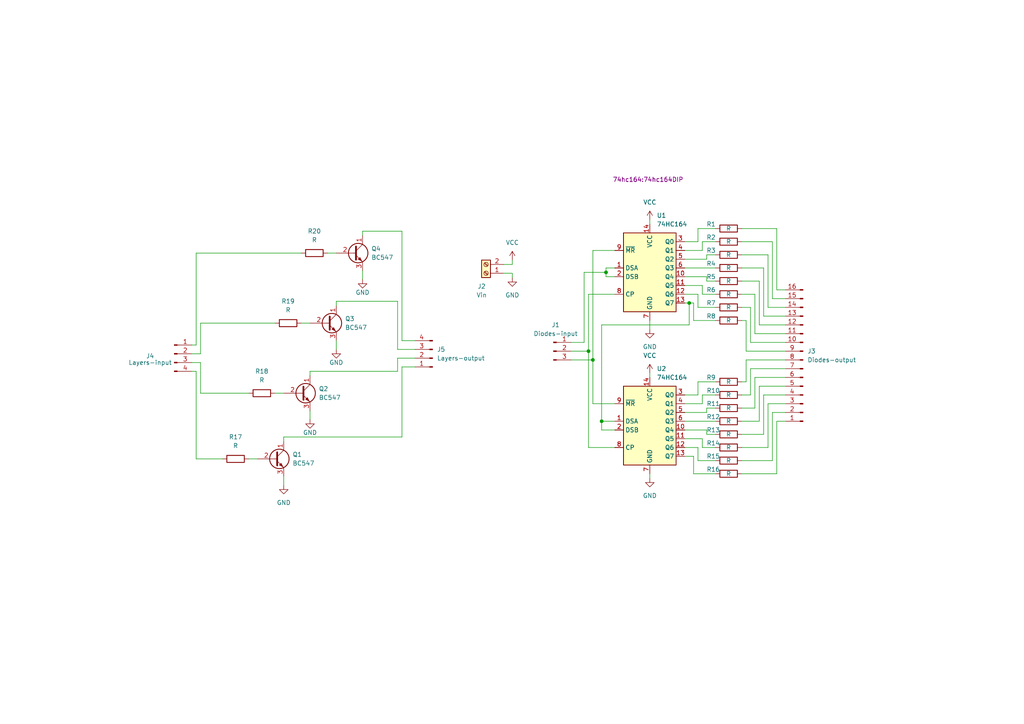
<source format=kicad_sch>
(kicad_sch (version 20211123) (generator eeschema)
  (paper "A4")
  (lib_symbols
    (symbol "74xx:74HC164"
      (property "Reference" "U" (at 1.905 -13.97 0))
      (property "Value" "74HC164" (at 1.905 -16.51 0))
      (symbol "74HC164_0_1"
        (rectangle (start 7.62 10.16) (end -7.62 -12.7) (stroke (width 0.254)) (fill (type background)))
      )
      (symbol "74HC164_1_1"
        (pin input line (at -10.16 0 0) (length 2.54) (name "DSA") (number "1"))
        (pin output line (at 10.16 -2.54 180) (length 2.54) (name "Q4") (number "10"))
        (pin output line (at 10.16 -5.08 180) (length 2.54) (name "Q5") (number "11"))
        (pin output line (at 10.16 -7.62 180) (length 2.54) (name "Q6") (number "12"))
        (pin output line (at 10.16 -10.16 180) (length 2.54) (name "Q7") (number "13"))
        (pin power_in line (at 0 12.7 270) (length 2.54) (name "VCC") (number "14"))
        (pin input line (at -10.16 -2.54 0) (length 2.54) (name "DSB") (number "2"))
        (pin output line (at 10.16 7.62 180) (length 2.54) (name "Q0") (number "3"))
        (pin output line (at 10.16 5.08 180) (length 2.54) (name "Q1") (number "4"))
        (pin output line (at 10.16 2.54 180) (length 2.54) (name "Q2") (number "5"))
        (pin output line (at 10.16 0 180) (length 2.54) (name "Q3") (number "6"))
        (pin power_in line (at 0 -15.24 90) (length 2.54) (name "GND") (number "7"))
        (pin input line (at -10.16 -7.62 0) (length 2.54) (name "CP") (number "8"))
        (pin input line (at -10.16 5.08 0) (length 2.54) (name "~{MR}") (number "9"))
      )
    )
    (symbol "Connector:Conn_01x03_Male" (pin_names (offset 1.016) hide)
      (property "Reference" "J" (at 0 5.08 0))
      (property "Value" "Conn_01x03_Male" (at 0 -5.08 0))
      (symbol "Conn_01x03_Male_1_1"
        (polyline (pts (xy 1.27 -2.54) (xy 0.8636 -2.54)) (stroke (width 0.1524)))
        (polyline (pts (xy 1.27 0) (xy 0.8636 0)) (stroke (width 0.1524)))
        (polyline (pts (xy 1.27 2.54) (xy 0.8636 2.54)) (stroke (width 0.1524)))
        (rectangle (start 0.8636 -2.413) (end 0 -2.667) (stroke (width 0.1524)) (fill (type outline)))
        (rectangle (start 0.8636 0.127) (end 0 -0.127) (stroke (width 0.1524)) (fill (type outline)))
        (rectangle (start 0.8636 2.667) (end 0 2.413) (stroke (width 0.1524)) (fill (type outline)))
        (pin passive line (at 5.08 2.54 180) (length 3.81) (name "Pin_1") (number "1"))
        (pin passive line (at 5.08 0 180) (length 3.81) (name "Pin_2") (number "2"))
        (pin passive line (at 5.08 -2.54 180) (length 3.81) (name "Pin_3") (number "3"))
      )
    )
    (symbol "Connector:Conn_01x04_Male" (pin_names (offset 1.016) hide)
      (property "Reference" "J" (at 0 5.08 0))
      (property "Value" "Conn_01x04_Male" (at 0 -7.62 0))
      (symbol "Conn_01x04_Male_1_1"
        (polyline (pts (xy 1.27 -5.08) (xy 0.8636 -5.08)) (stroke (width 0.1524)))
        (polyline (pts (xy 1.27 -2.54) (xy 0.8636 -2.54)) (stroke (width 0.1524)))
        (polyline (pts (xy 1.27 0) (xy 0.8636 0)) (stroke (width 0.1524)))
        (polyline (pts (xy 1.27 2.54) (xy 0.8636 2.54)) (stroke (width 0.1524)))
        (rectangle (start 0.8636 -4.953) (end 0 -5.207) (stroke (width 0.1524)) (fill (type outline)))
        (rectangle (start 0.8636 -2.413) (end 0 -2.667) (stroke (width 0.1524)) (fill (type outline)))
        (rectangle (start 0.8636 0.127) (end 0 -0.127) (stroke (width 0.1524)) (fill (type outline)))
        (rectangle (start 0.8636 2.667) (end 0 2.413) (stroke (width 0.1524)) (fill (type outline)))
        (pin passive line (at 5.08 2.54 180) (length 3.81) (name "Pin_1") (number "1"))
        (pin passive line (at 5.08 0 180) (length 3.81) (name "Pin_2") (number "2"))
        (pin passive line (at 5.08 -2.54 180) (length 3.81) (name "Pin_3") (number "3"))
        (pin passive line (at 5.08 -5.08 180) (length 3.81) (name "Pin_4") (number "4"))
      )
    )
    (symbol "Connector:Conn_01x16_Male" (pin_names (offset 1.016) hide)
      (property "Reference" "J" (at 0 20.32 0))
      (property "Value" "Conn_01x16_Male" (at 0 -22.86 0))
      (symbol "Conn_01x16_Male_1_1"
        (polyline (pts (xy 1.27 -20.32) (xy 0.8636 -20.32)) (stroke (width 0.1524)))
        (polyline (pts (xy 1.27 -17.78) (xy 0.8636 -17.78)) (stroke (width 0.1524)))
        (polyline (pts (xy 1.27 -15.24) (xy 0.8636 -15.24)) (stroke (width 0.1524)))
        (polyline (pts (xy 1.27 -12.7) (xy 0.8636 -12.7)) (stroke (width 0.1524)))
        (polyline (pts (xy 1.27 -10.16) (xy 0.8636 -10.16)) (stroke (width 0.1524)))
        (polyline (pts (xy 1.27 -7.62) (xy 0.8636 -7.62)) (stroke (width 0.1524)))
        (polyline (pts (xy 1.27 -5.08) (xy 0.8636 -5.08)) (stroke (width 0.1524)))
        (polyline (pts (xy 1.27 -2.54) (xy 0.8636 -2.54)) (stroke (width 0.1524)))
        (polyline (pts (xy 1.27 0) (xy 0.8636 0)) (stroke (width 0.1524)))
        (polyline (pts (xy 1.27 2.54) (xy 0.8636 2.54)) (stroke (width 0.1524)))
        (polyline (pts (xy 1.27 5.08) (xy 0.8636 5.08)) (stroke (width 0.1524)))
        (polyline (pts (xy 1.27 7.62) (xy 0.8636 7.62)) (stroke (width 0.1524)))
        (polyline (pts (xy 1.27 10.16) (xy 0.8636 10.16)) (stroke (width 0.1524)))
        (polyline (pts (xy 1.27 12.7) (xy 0.8636 12.7)) (stroke (width 0.1524)))
        (polyline (pts (xy 1.27 15.24) (xy 0.8636 15.24)) (stroke (width 0.1524)))
        (polyline (pts (xy 1.27 17.78) (xy 0.8636 17.78)) (stroke (width 0.1524)))
        (rectangle (start 0.8636 -20.193) (end 0 -20.447) (stroke (width 0.1524)) (fill (type outline)))
        (rectangle (start 0.8636 -17.653) (end 0 -17.907) (stroke (width 0.1524)) (fill (type outline)))
        (rectangle (start 0.8636 -15.113) (end 0 -15.367) (stroke (width 0.1524)) (fill (type outline)))
        (rectangle (start 0.8636 -12.573) (end 0 -12.827) (stroke (width 0.1524)) (fill (type outline)))
        (rectangle (start 0.8636 -10.033) (end 0 -10.287) (stroke (width 0.1524)) (fill (type outline)))
        (rectangle (start 0.8636 -7.493) (end 0 -7.747) (stroke (width 0.1524)) (fill (type outline)))
        (rectangle (start 0.8636 -4.953) (end 0 -5.207) (stroke (width 0.1524)) (fill (type outline)))
        (rectangle (start 0.8636 -2.413) (end 0 -2.667) (stroke (width 0.1524)) (fill (type outline)))
        (rectangle (start 0.8636 0.127) (end 0 -0.127) (stroke (width 0.1524)) (fill (type outline)))
        (rectangle (start 0.8636 2.667) (end 0 2.413) (stroke (width 0.1524)) (fill (type outline)))
        (rectangle (start 0.8636 5.207) (end 0 4.953) (stroke (width 0.1524)) (fill (type outline)))
        (rectangle (start 0.8636 7.747) (end 0 7.493) (stroke (width 0.1524)) (fill (type outline)))
        (rectangle (start 0.8636 10.287) (end 0 10.033) (stroke (width 0.1524)) (fill (type outline)))
        (rectangle (start 0.8636 12.827) (end 0 12.573) (stroke (width 0.1524)) (fill (type outline)))
        (rectangle (start 0.8636 15.367) (end 0 15.113) (stroke (width 0.1524)) (fill (type outline)))
        (rectangle (start 0.8636 17.907) (end 0 17.653) (stroke (width 0.1524)) (fill (type outline)))
        (pin passive line (at 5.08 17.78 180) (length 3.81) (name "Pin_1") (number "1"))
        (pin passive line (at 5.08 -5.08 180) (length 3.81) (name "Pin_10") (number "10"))
        (pin passive line (at 5.08 -7.62 180) (length 3.81) (name "Pin_11") (number "11"))
        (pin passive line (at 5.08 -10.16 180) (length 3.81) (name "Pin_12") (number "12"))
        (pin passive line (at 5.08 -12.7 180) (length 3.81) (name "Pin_13") (number "13"))
        (pin passive line (at 5.08 -15.24 180) (length 3.81) (name "Pin_14") (number "14"))
        (pin passive line (at 5.08 -17.78 180) (length 3.81) (name "Pin_15") (number "15"))
        (pin passive line (at 5.08 -20.32 180) (length 3.81) (name "Pin_16") (number "16"))
        (pin passive line (at 5.08 15.24 180) (length 3.81) (name "Pin_2") (number "2"))
        (pin passive line (at 5.08 12.7 180) (length 3.81) (name "Pin_3") (number "3"))
        (pin passive line (at 5.08 10.16 180) (length 3.81) (name "Pin_4") (number "4"))
        (pin passive line (at 5.08 7.62 180) (length 3.81) (name "Pin_5") (number "5"))
        (pin passive line (at 5.08 5.08 180) (length 3.81) (name "Pin_6") (number "6"))
        (pin passive line (at 5.08 2.54 180) (length 3.81) (name "Pin_7") (number "7"))
        (pin passive line (at 5.08 0 180) (length 3.81) (name "Pin_8") (number "8"))
        (pin passive line (at 5.08 -2.54 180) (length 3.81) (name "Pin_9") (number "9"))
      )
    )
    (symbol "Connector:Screw_Terminal_01x02" (pin_names (offset 1.016) hide)
      (property "Reference" "J" (at 0 2.54 0))
      (property "Value" "Screw_Terminal_01x02" (at 0 -5.08 0))
      (symbol "Screw_Terminal_01x02_1_1"
        (rectangle (start -1.27 1.27) (end 1.27 -3.81) (stroke (width 0.254)) (fill (type background)))
        (circle (center 0 -2.54) (radius 0.635) (stroke (width 0.1524)))
        (polyline (pts (xy -0.5334 -2.2098) (xy 0.3302 -3.048)) (stroke (width 0.1524)))
        (polyline (pts (xy -0.5334 0.3302) (xy 0.3302 -0.508)) (stroke (width 0.1524)))
        (polyline (pts (xy -0.3556 -2.032) (xy 0.508 -2.8702)) (stroke (width 0.1524)))
        (polyline (pts (xy -0.3556 0.508) (xy 0.508 -0.3302)) (stroke (width 0.1524)))
        (circle (center 0 0) (radius 0.635) (stroke (width 0.1524)))
        (pin passive line (at -5.08 0 0) (length 3.81) (name "Pin_1") (number "1"))
        (pin passive line (at -5.08 -2.54 0) (length 3.81) (name "Pin_2") (number "2"))
      )
    )
    (symbol "Device:R" (pin_numbers hide) (pin_names (offset 0))
      (property "Reference" "R" (at 2.032 0 90))
      (property "Value" "R" (at 0 0 90))
      (symbol "R_0_1"
        (rectangle (start -1.016 -2.54) (end 1.016 2.54) (stroke (width 0.254)))
      )
      (symbol "R_1_1"
        (pin passive line (at 0 3.81 270) (length 1.27) (name "~") (number "1"))
        (pin passive line (at 0 -3.81 90) (length 1.27) (name "~") (number "2"))
      )
    )
    (symbol "Transistor_BJT:BC547" (pin_names (offset 0) hide)
      (property "Reference" "Q" (at 5.08 1.905 0))
      (property "Value" "BC547" (at 5.08 0 0))
      (symbol "BC547_0_1"
        (polyline (pts (xy 0 0) (xy 0.635 0)))
        (polyline (pts (xy 0.635 0.635) (xy 2.54 2.54)))
        (polyline (pts (xy 0.635 -0.635) (xy 2.54 -2.54) (xy 2.54 -2.54)))
        (polyline (pts (xy 0.635 1.905) (xy 0.635 -1.905) (xy 0.635 -1.905)) (stroke (width 0.508)))
        (polyline (pts (xy 1.27 -1.778) (xy 1.778 -1.27) (xy 2.286 -2.286) (xy 1.27 -1.778) (xy 1.27 -1.778)) (fill (type outline)))
        (circle (center 1.27 0) (radius 2.8194) (stroke (width 0.254)))
      )
      (symbol "BC547_1_1"
        (pin passive line (at 2.54 5.08 270) (length 2.54) (name "C") (number "1"))
        (pin input line (at -5.08 0 0) (length 5.08) (name "B") (number "2"))
        (pin passive line (at 2.54 -5.08 90) (length 2.54) (name "E") (number "3"))
      )
    )
    (symbol "power:GND" (power) (pin_names (offset 0))
      (property "Value" "GND" (at 0 -3.81 0))
      (symbol "GND_0_1"
        (polyline (pts (xy 0 0) (xy 0 -1.27) (xy 1.27 -1.27) (xy 0 -2.54) (xy -1.27 -1.27) (xy 0 -1.27)))
      )
      (symbol "GND_1_1"
        (pin power_in line (at 0 0 270) (length 0) hide (name "GND") (number "1"))
      )
    )
    (symbol "power:VCC" (power) (pin_names (offset 0))
      (property "Value" "VCC" (at 0 3.81 0))
      (symbol "VCC_0_1"
        (polyline (pts (xy -0.762 1.27) (xy 0 2.54)))
        (polyline (pts (xy 0 0) (xy 0 2.54)))
        (polyline (pts (xy 0 2.54) (xy 0.762 1.27)))
      )
      (symbol "VCC_1_1"
        (pin power_in line (at 0 0 90) (length 0) hide (name "VCC") (number "1"))
      )
    )
  )
  (junction (at 175.768 78.994))
  (junction (at 174.498 122.174))
  (junction (at 199.898 87.884))
  (junction (at 171.958 104.394))
  (junction (at 170.688 101.854))
  (wire (pts (xy 203.708 72.644) (xy 203.708 70.104)))
  (wire (pts (xy 204.978 124.714) (xy 204.978 125.984)))
  (wire (pts (xy 202.438 85.344) (xy 202.438 89.154)))
  (wire (pts (xy 201.168 87.884) (xy 201.168 92.964)))
  (wire (pts (xy 220.218 112.014) (xy 227.838 112.014)))
  (wire (pts (xy 217.678 99.314) (xy 227.838 99.314)))
  (wire (pts (xy 218.948 96.774) (xy 227.838 96.774)))
  (wire (pts (xy 174.498 122.174) (xy 174.498 124.714)))
  (wire (pts (xy 56.896 73.406) (xy 56.896 100.076)))
  (wire (pts (xy 171.958 104.394) (xy 165.608 104.394)))
  (wire (pts (xy 170.688 85.344) (xy 170.688 101.854)))
  (wire (pts (xy 203.708 85.344) (xy 207.518 85.344)))
  (wire (pts (xy 165.608 99.314) (xy 169.418 99.314)))
  (wire (pts (xy 94.996 73.406) (xy 97.536 73.406)))
  (wire (pts (xy 198.628 75.184) (xy 204.978 75.184)))
  (wire (pts (xy 178.308 117.094) (xy 171.958 117.094)))
  (wire (pts (xy 204.978 118.364) (xy 207.518 118.364)))
  (wire (pts (xy 89.916 108.966) (xy 89.916 107.696)))
  (wire (pts (xy 215.138 125.984) (xy 221.488 125.984)))
  (wire (pts (xy 221.488 114.554) (xy 227.838 114.554)))
  (wire (pts (xy 215.138 81.534) (xy 220.218 81.534)))
  (wire (pts (xy 116.586 106.426) (xy 120.396 106.426)))
  (wire (pts (xy 204.978 125.984) (xy 207.518 125.984)))
  (wire (pts (xy 64.516 133.096) (xy 56.896 133.096)))
  (wire (pts (xy 204.978 81.534) (xy 207.518 81.534)))
  (wire (pts (xy 72.136 114.046) (xy 58.166 114.046)))
  (wire (pts (xy 224.028 119.634) (xy 227.838 119.634)))
  (wire (pts (xy 215.138 129.794) (xy 222.758 129.794)))
  (wire (pts (xy 198.628 117.094) (xy 203.708 117.094)))
  (wire (pts (xy 178.308 122.174) (xy 174.498 122.174)))
  (wire (pts (xy 175.768 80.264) (xy 178.308 80.264)))
  (wire (pts (xy 215.138 114.554) (xy 217.678 114.554)))
  (wire (pts (xy 87.376 73.406) (xy 56.896 73.406)))
  (wire (pts (xy 221.488 91.694) (xy 227.838 91.694)))
  (wire (pts (xy 198.628 129.794) (xy 202.438 129.794)))
  (wire (pts (xy 148.59 76.708) (xy 148.59 75.438)))
  (wire (pts (xy 202.438 89.154) (xy 207.518 89.154)))
  (wire (pts (xy 216.408 110.744) (xy 216.408 104.394)))
  (wire (pts (xy 215.138 133.604) (xy 224.028 133.604)))
  (wire (pts (xy 216.408 101.854) (xy 227.838 101.854)))
  (wire (pts (xy 202.438 66.294) (xy 207.518 66.294)))
  (wire (pts (xy 82.296 126.746) (xy 116.586 126.746)))
  (wire (pts (xy 178.308 129.794) (xy 170.688 129.794)))
  (wire (pts (xy 178.308 72.644) (xy 171.958 72.644)))
  (wire (pts (xy 201.168 137.414) (xy 207.518 137.414)))
  (wire (pts (xy 170.688 101.854) (xy 165.608 101.854)))
  (wire (pts (xy 215.138 73.914) (xy 222.758 73.914)))
  (wire (pts (xy 222.758 129.794) (xy 222.758 117.094)))
  (wire (pts (xy 198.628 70.104) (xy 202.438 70.104)))
  (wire (pts (xy 203.708 70.104) (xy 207.518 70.104)))
  (wire (pts (xy 215.138 70.104) (xy 224.028 70.104)))
  (wire (pts (xy 220.218 122.174) (xy 220.218 112.014)))
  (wire (pts (xy 79.756 93.726) (xy 58.166 93.726)))
  (wire (pts (xy 203.708 82.804) (xy 203.708 85.344)))
  (wire (pts (xy 105.156 68.326) (xy 105.156 67.056)))
  (wire (pts (xy 218.948 85.344) (xy 218.948 96.774)))
  (wire (pts (xy 174.498 124.714) (xy 178.308 124.714)))
  (wire (pts (xy 146.05 79.248) (xy 148.59 79.248)))
  (wire (pts (xy 115.316 103.886) (xy 120.396 103.886)))
  (wire (pts (xy 204.978 119.634) (xy 204.978 118.364)))
  (wire (pts (xy 115.316 107.696) (xy 115.316 103.886)))
  (wire (pts (xy 56.896 100.076) (xy 55.626 100.076)))
  (wire (pts (xy 199.898 94.234) (xy 174.498 94.234)))
  (wire (pts (xy 201.168 92.964) (xy 207.518 92.964)))
  (wire (pts (xy 202.438 110.744) (xy 207.518 110.744)))
  (wire (pts (xy 175.768 77.724) (xy 175.768 78.994)))
  (wire (pts (xy 56.896 133.096) (xy 56.896 107.696)))
  (wire (pts (xy 215.138 92.964) (xy 216.408 92.964)))
  (wire (pts (xy 198.628 114.554) (xy 202.438 114.554)))
  (wire (pts (xy 56.896 107.696) (xy 55.626 107.696)))
  (wire (pts (xy 215.138 77.724) (xy 221.488 77.724)))
  (wire (pts (xy 198.628 85.344) (xy 202.438 85.344)))
  (wire (pts (xy 218.948 118.364) (xy 218.948 109.474)))
  (wire (pts (xy 199.898 87.884) (xy 201.168 87.884)))
  (wire (pts (xy 116.586 98.806) (xy 120.396 98.806)))
  (wire (pts (xy 82.296 138.176) (xy 82.296 140.716)))
  (wire (pts (xy 215.138 66.294) (xy 225.298 66.294)))
  (wire (pts (xy 225.298 137.414) (xy 225.298 122.174)))
  (wire (pts (xy 188.468 63.754) (xy 188.468 65.024)))
  (wire (pts (xy 204.978 73.914) (xy 207.518 73.914)))
  (wire (pts (xy 215.138 85.344) (xy 218.948 85.344)))
  (wire (pts (xy 105.156 67.056) (xy 116.586 67.056)))
  (wire (pts (xy 216.408 92.964) (xy 216.408 101.854)))
  (wire (pts (xy 97.536 87.376) (xy 97.536 88.646)))
  (wire (pts (xy 198.628 127.254) (xy 203.708 127.254)))
  (wire (pts (xy 202.438 133.604) (xy 207.518 133.604)))
  (wire (pts (xy 218.948 109.474) (xy 227.838 109.474)))
  (wire (pts (xy 215.138 137.414) (xy 225.298 137.414)))
  (wire (pts (xy 58.166 102.616) (xy 55.626 102.616)))
  (wire (pts (xy 217.678 89.154) (xy 217.678 99.314)))
  (wire (pts (xy 116.586 126.746) (xy 116.586 106.426)))
  (wire (pts (xy 89.916 119.126) (xy 89.916 121.666)))
  (wire (pts (xy 72.136 133.096) (xy 74.676 133.096)))
  (wire (pts (xy 188.468 92.964) (xy 188.468 95.504)))
  (wire (pts (xy 222.758 117.094) (xy 227.838 117.094)))
  (wire (pts (xy 148.59 79.248) (xy 148.59 80.518)))
  (wire (pts (xy 198.628 77.724) (xy 207.518 77.724)))
  (wire (pts (xy 87.376 93.726) (xy 89.916 93.726)))
  (wire (pts (xy 225.298 84.074) (xy 227.838 84.074)))
  (wire (pts (xy 188.468 108.204) (xy 188.468 109.474)))
  (wire (pts (xy 220.218 94.234) (xy 227.838 94.234)))
  (wire (pts (xy 120.396 101.346) (xy 115.316 101.346)))
  (wire (pts (xy 215.138 110.744) (xy 216.408 110.744)))
  (wire (pts (xy 115.316 87.376) (xy 97.536 87.376)))
  (wire (pts (xy 224.028 133.604) (xy 224.028 119.634)))
  (wire (pts (xy 198.628 87.884) (xy 199.898 87.884)))
  (wire (pts (xy 215.138 118.364) (xy 218.948 118.364)))
  (wire (pts (xy 198.628 119.634) (xy 204.978 119.634)))
  (wire (pts (xy 174.498 94.234) (xy 174.498 122.174)))
  (wire (pts (xy 203.708 127.254) (xy 203.708 129.794)))
  (wire (pts (xy 169.418 78.994) (xy 175.768 78.994)))
  (wire (pts (xy 216.408 104.394) (xy 227.838 104.394)))
  (wire (pts (xy 178.308 85.344) (xy 170.688 85.344)))
  (wire (pts (xy 198.628 82.804) (xy 203.708 82.804)))
  (wire (pts (xy 202.438 129.794) (xy 202.438 133.604)))
  (wire (pts (xy 201.168 132.334) (xy 201.168 137.414)))
  (wire (pts (xy 203.708 114.554) (xy 207.518 114.554)))
  (wire (pts (xy 97.536 98.806) (xy 97.536 101.346)))
  (wire (pts (xy 222.758 89.154) (xy 227.838 89.154)))
  (wire (pts (xy 188.468 137.414) (xy 188.468 138.684)))
  (wire (pts (xy 217.678 114.554) (xy 217.678 106.934)))
  (wire (pts (xy 204.978 75.184) (xy 204.978 73.914)))
  (wire (pts (xy 198.628 72.644) (xy 203.708 72.644)))
  (wire (pts (xy 198.628 122.174) (xy 207.518 122.174)))
  (wire (pts (xy 175.768 78.994) (xy 175.768 80.264)))
  (wire (pts (xy 221.488 77.724) (xy 221.488 91.694)))
  (wire (pts (xy 58.166 114.046) (xy 58.166 105.156)))
  (wire (pts (xy 217.678 106.934) (xy 227.838 106.934)))
  (wire (pts (xy 221.488 125.984) (xy 221.488 114.554)))
  (wire (pts (xy 204.978 80.264) (xy 204.978 81.534)))
  (wire (pts (xy 79.756 114.046) (xy 82.296 114.046)))
  (wire (pts (xy 215.138 122.174) (xy 220.218 122.174)))
  (wire (pts (xy 220.218 81.534) (xy 220.218 94.234)))
  (wire (pts (xy 171.958 72.644) (xy 171.958 104.394)))
  (wire (pts (xy 116.586 67.056) (xy 116.586 98.806)))
  (wire (pts (xy 171.958 117.094) (xy 171.958 104.394)))
  (wire (pts (xy 178.308 77.724) (xy 175.768 77.724)))
  (wire (pts (xy 89.916 107.696) (xy 115.316 107.696)))
  (wire (pts (xy 225.298 122.174) (xy 227.838 122.174)))
  (wire (pts (xy 198.628 124.714) (xy 204.978 124.714)))
  (wire (pts (xy 224.028 86.614) (xy 227.838 86.614)))
  (wire (pts (xy 203.708 129.794) (xy 207.518 129.794)))
  (wire (pts (xy 82.296 128.016) (xy 82.296 126.746)))
  (wire (pts (xy 225.298 66.294) (xy 225.298 84.074)))
  (wire (pts (xy 202.438 114.554) (xy 202.438 110.744)))
  (wire (pts (xy 115.316 101.346) (xy 115.316 87.376)))
  (wire (pts (xy 58.166 93.726) (xy 58.166 102.616)))
  (wire (pts (xy 198.628 80.264) (xy 204.978 80.264)))
  (wire (pts (xy 203.708 117.094) (xy 203.708 114.554)))
  (wire (pts (xy 215.138 89.154) (xy 217.678 89.154)))
  (wire (pts (xy 198.628 132.334) (xy 201.168 132.334)))
  (wire (pts (xy 224.028 70.104) (xy 224.028 86.614)))
  (wire (pts (xy 222.758 73.914) (xy 222.758 89.154)))
  (wire (pts (xy 170.688 129.794) (xy 170.688 101.854)))
  (wire (pts (xy 146.05 76.708) (xy 148.59 76.708)))
  (wire (pts (xy 202.438 70.104) (xy 202.438 66.294)))
  (wire (pts (xy 169.418 99.314) (xy 169.418 78.994)))
  (wire (pts (xy 58.166 105.156) (xy 55.626 105.156)))
  (wire (pts (xy 105.156 78.486) (xy 105.156 81.026)))
  (wire (pts (xy 199.898 87.884) (xy 199.898 94.234)))
  (symbol (lib_id "Device:R") (at 211.328 81.534 90) (unit 1)
    (property "Reference" "R5" (at 206.248 80.264 90))
    (property "Value" "R" (at 211.328 81.534 90))
    (property "Footprint" "Resistor_THT:R_Axial_DIN0207_L6.3mm_D2.5mm_P10.16mm_Horizontal" (effects hide))
  )
  (symbol (lib_id "Transistor_BJT:BC547") (at 87.376 114.046 0) (unit 1)
    (property "Reference" "Q2" (at 92.456 112.7759 0) (effects (justify left)))
    (property "Value" "BC547" (at 92.456 115.3159 0) (effects (justify left)))
    (property "Footprint" "Package_TO_SOT_THT:TO-92_Inline" (effects hide))
    (property "Datasheet" "https://www.onsemi.com/pub/Collateral/BC550-D.pdf" (effects hide))
  )
  (symbol (lib_id "power:GND") (at 89.916 121.666 0) (unit 1)
    (property "Reference" "#PWR08" (effects hide))
    (property "Value" "GND" (at 89.916 125.476 0))
  )
  (symbol (lib_id "Device:R") (at 211.328 89.154 90) (unit 1)
    (property "Reference" "R7" (at 206.248 87.884 90))
    (property "Value" "R" (at 211.328 89.154 90))
    (property "Footprint" "Resistor_THT:R_Axial_DIN0207_L6.3mm_D2.5mm_P10.16mm_Horizontal" (effects hide))
  )
  (symbol (lib_id "power:GND") (at 148.59 80.518 0) (unit 1)
    (property "Reference" "#PWR02" (effects hide))
    (property "Value" "GND" (at 148.59 85.598 0))
  )
  (symbol (lib_id "Device:R") (at 211.328 110.744 90) (unit 1)
    (property "Reference" "R9" (at 206.248 109.474 90))
    (property "Value" "R" (at 211.328 110.744 90))
    (property "Footprint" "Resistor_THT:R_Axial_DIN0207_L6.3mm_D2.5mm_P10.16mm_Horizontal" (effects hide))
  )
  (symbol (lib_id "Device:R") (at 211.328 77.724 90) (unit 1)
    (property "Reference" "R4" (at 206.248 76.454 90))
    (property "Value" "R" (at 211.328 77.724 90))
    (property "Footprint" "Resistor_THT:R_Axial_DIN0207_L6.3mm_D2.5mm_P10.16mm_Horizontal" (effects hide))
  )
  (symbol (lib_id "Device:R") (at 211.328 114.554 90) (unit 1)
    (property "Reference" "R10" (at 206.883 113.284 90))
    (property "Value" "R" (at 211.328 114.554 90))
    (property "Footprint" "Resistor_THT:R_Axial_DIN0207_L6.3mm_D2.5mm_P10.16mm_Horizontal" (effects hide))
  )
  (symbol (lib_id "Connector:Conn_01x04_Male") (at 50.546 102.616 0) (unit 1)
    (property "Reference" "J4" (at 43.561 103.251 0))
    (property "Value" "Layers-input" (at 43.561 105.156 0))
    (property "Footprint" "Connector_Wire:SolderWire-0.25sqmm_1x04_P4.2mm_D0.65mm_OD1.7mm" (effects hide))
  )
  (symbol (lib_id "Device:R") (at 211.328 66.294 90) (unit 1)
    (property "Reference" "R1" (at 206.248 65.024 90))
    (property "Value" "R" (at 211.328 66.294 90))
    (property "Footprint" "Resistor_THT:R_Axial_DIN0207_L6.3mm_D2.5mm_P10.16mm_Horizontal" (effects hide))
  )
  (symbol (lib_id "power:GND") (at 188.468 95.504 0) (unit 1)
    (property "Reference" "#PWR04" (effects hide))
    (property "Value" "GND" (at 188.468 100.584 0))
  )
  (symbol (lib_id "Device:R") (at 211.328 70.104 90) (unit 1)
    (property "Reference" "R2" (at 206.248 68.834 90))
    (property "Value" "R" (at 211.328 70.104 90))
    (property "Footprint" "Resistor_THT:R_Axial_DIN0207_L6.3mm_D2.5mm_P10.16mm_Horizontal" (effects hide))
  )
  (symbol (lib_id "Device:R") (at 211.328 85.344 90) (unit 1)
    (property "Reference" "R6" (at 206.248 84.074 90))
    (property "Value" "R" (at 211.328 85.344 90))
    (property "Footprint" "Resistor_THT:R_Axial_DIN0207_L6.3mm_D2.5mm_P10.16mm_Horizontal" (effects hide))
  )
  (symbol (lib_id "Device:R") (at 211.328 122.174 90) (unit 1)
    (property "Reference" "R12" (at 206.883 120.904 90))
    (property "Value" "R" (at 211.328 122.174 90))
    (property "Footprint" "Resistor_THT:R_Axial_DIN0207_L6.3mm_D2.5mm_P10.16mm_Horizontal" (effects hide))
  )
  (symbol (lib_id "Connector:Conn_01x04_Male") (at 125.476 103.886 180) (unit 1)
    (property "Reference" "J5" (at 126.746 101.3459 0) (effects (justify right)))
    (property "Value" "Layers-output" (at 126.746 103.886 0) (effects (justify right)))
    (property "Footprint" "Connector_Wire:SolderWire-0.25sqmm_1x04_P4.2mm_D0.65mm_OD1.7mm" (effects hide))
  )
  (symbol (lib_id "Connector:Screw_Terminal_01x02") (at 140.97 79.248 180) (unit 1)
    (property "Reference" "J2" (at 139.7 83.058 0))
    (property "Value" "Vin" (at 139.7 85.598 0))
    (property "Footprint" "TerminalBlock_MetzConnect:TerminalBlock_MetzConnect_Type701_RT11L02HGLU_1x02_P6.35mm_Horizontal" (effects hide))
  )
  (symbol (lib_id "74xx:74HC164") (at 188.468 77.724 0) (unit 1)
    (property "Reference" "U1" (at 190.4874 62.484 0) (effects (justify left)))
    (property "Value" "74HC164" (at 190.4874 65.024 0) (effects (justify left)))
    (property "Footprint" "74hc164:74hc164DIP" (at 187.96 52.07 0))
    (property "Datasheet" "https://assets.nexperia.com/documents/data-sheet/74HC_HCT164.pdf" (effects hide))
  )
  (symbol (lib_id "Device:R") (at 211.328 118.364 90) (unit 1)
    (property "Reference" "R11" (at 206.883 117.094 90))
    (property "Value" "R" (at 211.328 118.364 90))
    (property "Footprint" "Resistor_THT:R_Axial_DIN0207_L6.3mm_D2.5mm_P10.16mm_Horizontal" (effects hide))
  )
  (symbol (lib_id "Device:R") (at 211.328 129.794 90) (unit 1)
    (property "Reference" "R14" (at 206.883 128.524 90))
    (property "Value" "R" (at 211.328 129.794 90))
    (property "Footprint" "Resistor_THT:R_Axial_DIN0207_L6.3mm_D2.5mm_P10.16mm_Horizontal" (effects hide))
  )
  (symbol (lib_id "Device:R") (at 68.326 133.096 90) (unit 1)
    (property "Reference" "R17" (at 68.326 126.746 90))
    (property "Value" "R" (at 68.326 129.286 90))
    (property "Footprint" "Resistor_THT:R_Axial_DIN0207_L6.3mm_D2.5mm_P10.16mm_Horizontal" (effects hide))
  )
  (symbol (lib_id "Transistor_BJT:BC547") (at 94.996 93.726 0) (unit 1)
    (property "Reference" "Q3" (at 100.076 92.4559 0) (effects (justify left)))
    (property "Value" "BC547" (at 100.076 94.9959 0) (effects (justify left)))
    (property "Footprint" "Package_TO_SOT_THT:TO-92_Inline" (effects hide))
    (property "Datasheet" "https://www.onsemi.com/pub/Collateral/BC550-D.pdf" (effects hide))
  )
  (symbol (lib_id "Device:R") (at 211.328 92.964 90) (unit 1)
    (property "Reference" "R8" (at 206.248 91.694 90))
    (property "Value" "R" (at 211.328 92.964 90))
    (property "Footprint" "Resistor_THT:R_Axial_DIN0207_L6.3mm_D2.5mm_P10.16mm_Horizontal" (effects hide))
  )
  (symbol (lib_id "power:VCC") (at 188.468 108.204 0) (unit 1)
    (property "Reference" "#PWR05" (effects hide))
    (property "Value" "VCC" (at 188.468 103.124 0))
  )
  (symbol (lib_id "power:GND") (at 82.296 140.716 0) (unit 1)
    (property "Reference" "#PWR07" (effects hide))
    (property "Value" "GND" (at 82.296 145.796 0))
  )
  (symbol (lib_id "Device:R") (at 211.328 137.414 90) (unit 1)
    (property "Reference" "R16" (at 206.883 136.144 90))
    (property "Value" "R" (at 211.328 137.414 90))
    (property "Footprint" "Resistor_THT:R_Axial_DIN0207_L6.3mm_D2.5mm_P10.16mm_Horizontal" (effects hide))
  )
  (symbol (lib_id "Connector:Conn_01x16_Male") (at 232.918 104.394 180) (unit 1)
    (property "Reference" "J3" (at 234.188 101.8539 0) (effects (justify right)))
    (property "Value" "Diodes-output" (at 234.188 104.3939 0) (effects (justify right)))
    (property "Footprint" "Connector_PinHeader_2.00mm:PinHeader_1x16_P2.00mm_Vertical" (effects hide))
  )
  (symbol (lib_id "power:VCC") (at 148.59 75.438 0) (unit 1)
    (property "Reference" "#PWR01" (effects hide))
    (property "Value" "VCC" (at 148.59 70.358 0))
  )
  (symbol (lib_id "Device:R") (at 211.328 133.604 90) (unit 1)
    (property "Reference" "R15" (at 206.883 132.334 90))
    (property "Value" "R" (at 211.328 133.604 90))
    (property "Footprint" "Resistor_THT:R_Axial_DIN0207_L6.3mm_D2.5mm_P10.16mm_Horizontal" (effects hide))
  )
  (symbol (lib_id "74xx:74HC164") (at 188.468 122.174 0) (unit 1)
    (property "Reference" "U2" (at 190.4874 106.934 0) (effects (justify left)))
    (property "Value" "74HC164" (at 190.4874 109.474 0) (effects (justify left)))
    (property "Footprint" "74hc164:74hc164DIP" (effects hide))
    (property "Datasheet" "https://assets.nexperia.com/documents/data-sheet/74HC_HCT164.pdf" (effects hide))
  )
  (symbol (lib_id "Device:R") (at 211.328 73.914 90) (unit 1)
    (property "Reference" "R3" (at 206.248 72.644 90))
    (property "Value" "R" (at 211.328 73.914 90))
    (property "Footprint" "Resistor_THT:R_Axial_DIN0207_L6.3mm_D2.5mm_P10.16mm_Horizontal" (effects hide))
  )
  (symbol (lib_id "Connector:Conn_01x03_Male") (at 160.528 101.854 0) (unit 1)
    (property "Reference" "J1" (at 161.163 94.234 0))
    (property "Value" "Diodes-input" (at 161.163 96.774 0))
    (property "Footprint" "Connector_Wire:SolderWire-0.5sqmm_1x03_P4.6mm_D0.9mm_OD2.1mm" (effects hide))
  )
  (symbol (lib_id "power:GND") (at 105.156 81.026 0) (unit 1)
    (property "Reference" "#PWR010" (effects hide))
    (property "Value" "GND" (at 105.156 84.836 0))
  )
  (symbol (lib_id "Device:R") (at 83.566 93.726 90) (unit 1)
    (property "Reference" "R19" (at 83.566 87.376 90))
    (property "Value" "R" (at 83.566 89.916 90))
    (property "Footprint" "Resistor_THT:R_Axial_DIN0207_L6.3mm_D2.5mm_P10.16mm_Horizontal" (effects hide))
  )
  (symbol (lib_id "Transistor_BJT:BC547") (at 79.756 133.096 0) (unit 1)
    (property "Reference" "Q1" (at 84.836 131.8259 0) (effects (justify left)))
    (property "Value" "BC547" (at 84.836 134.3659 0) (effects (justify left)))
    (property "Footprint" "Package_TO_SOT_THT:TO-92_Inline" (effects hide))
    (property "Datasheet" "https://www.onsemi.com/pub/Collateral/BC550-D.pdf" (effects hide))
  )
  (symbol (lib_id "Device:R") (at 91.186 73.406 90) (unit 1)
    (property "Reference" "R20" (at 91.186 67.056 90))
    (property "Value" "R" (at 91.186 69.596 90))
    (property "Footprint" "Resistor_THT:R_Axial_DIN0207_L6.3mm_D2.5mm_P10.16mm_Horizontal" (effects hide))
  )
  (symbol (lib_id "power:GND") (at 188.468 138.684 0) (unit 1)
    (property "Reference" "#PWR06" (effects hide))
    (property "Value" "GND" (at 188.468 143.764 0))
  )
  (symbol (lib_id "Transistor_BJT:BC547") (at 102.616 73.406 0) (unit 1)
    (property "Reference" "Q4" (at 107.696 72.1359 0) (effects (justify left)))
    (property "Value" "BC547" (at 107.696 74.6759 0) (effects (justify left)))
    (property "Footprint" "Package_TO_SOT_THT:TO-92_Inline" (effects hide))
    (property "Datasheet" "https://www.onsemi.com/pub/Collateral/BC550-D.pdf" (effects hide))
  )
  (symbol (lib_id "power:VCC") (at 188.468 63.754 0) (unit 1)
    (property "Reference" "#PWR03" (effects hide))
    (property "Value" "VCC" (at 188.468 58.674 0))
  )
  (symbol (lib_id "Device:R") (at 75.946 114.046 90) (unit 1)
    (property "Reference" "R18" (at 75.946 107.696 90))
    (property "Value" "R" (at 75.946 110.236 90))
    (property "Footprint" "Resistor_THT:R_Axial_DIN0207_L6.3mm_D2.5mm_P10.16mm_Horizontal" (effects hide))
  )
  (symbol (lib_id "power:GND") (at 97.536 101.346 0) (unit 1)
    (property "Reference" "#PWR09" (effects hide))
    (property "Value" "GND" (at 97.536 105.156 0))
  )
  (symbol (lib_id "Device:R") (at 211.328 125.984 90) (unit 1)
    (property "Reference" "R13" (at 206.883 124.714 90))
    (property "Value" "R" (at 211.328 125.984 90))
    (property "Footprint" "Resistor_THT:R_Axial_DIN0207_L6.3mm_D2.5mm_P10.16mm_Horizontal" (effects hide))
  )
)
</source>
